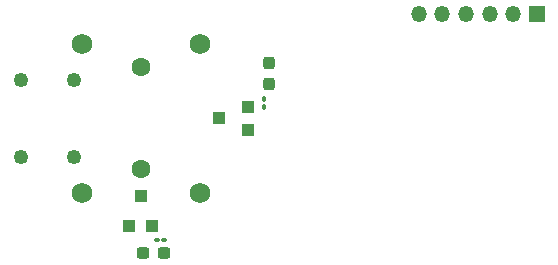
<source format=gbr>
%TF.GenerationSoftware,KiCad,Pcbnew,7.0.6*%
%TF.CreationDate,2023-12-14T14:37:07-08:00*%
%TF.ProjectId,UGC_SubStick,5547435f-5375-4625-9374-69636b2e6b69,rev?*%
%TF.SameCoordinates,Original*%
%TF.FileFunction,Soldermask,Top*%
%TF.FilePolarity,Negative*%
%FSLAX46Y46*%
G04 Gerber Fmt 4.6, Leading zero omitted, Abs format (unit mm)*
G04 Created by KiCad (PCBNEW 7.0.6) date 2023-12-14 14:37:07*
%MOMM*%
%LPD*%
G01*
G04 APERTURE LIST*
G04 Aperture macros list*
%AMRoundRect*
0 Rectangle with rounded corners*
0 $1 Rounding radius*
0 $2 $3 $4 $5 $6 $7 $8 $9 X,Y pos of 4 corners*
0 Add a 4 corners polygon primitive as box body*
4,1,4,$2,$3,$4,$5,$6,$7,$8,$9,$2,$3,0*
0 Add four circle primitives for the rounded corners*
1,1,$1+$1,$2,$3*
1,1,$1+$1,$4,$5*
1,1,$1+$1,$6,$7*
1,1,$1+$1,$8,$9*
0 Add four rect primitives between the rounded corners*
20,1,$1+$1,$2,$3,$4,$5,0*
20,1,$1+$1,$4,$5,$6,$7,0*
20,1,$1+$1,$6,$7,$8,$9,0*
20,1,$1+$1,$8,$9,$2,$3,0*%
G04 Aperture macros list end*
%ADD10R,1.000000X1.000000*%
%ADD11RoundRect,0.237500X-0.300000X-0.237500X0.300000X-0.237500X0.300000X0.237500X-0.300000X0.237500X0*%
%ADD12RoundRect,0.100000X-0.130000X-0.100000X0.130000X-0.100000X0.130000X0.100000X-0.130000X0.100000X0*%
%ADD13C,1.750000*%
%ADD14C,1.600000*%
%ADD15C,1.250000*%
%ADD16R,1.350000X1.350000*%
%ADD17O,1.350000X1.350000*%
%ADD18RoundRect,0.237500X-0.237500X0.300000X-0.237500X-0.300000X0.237500X-0.300000X0.237500X0.300000X0*%
%ADD19RoundRect,0.100000X0.100000X-0.130000X0.100000X0.130000X-0.100000X0.130000X-0.100000X-0.130000X0*%
G04 APERTURE END LIST*
D10*
%TO.C,U2*%
X256307200Y-150638518D03*
X256307200Y-148738518D03*
X253807200Y-149688518D03*
%TD*%
%TO.C,U1*%
X246257200Y-158788518D03*
X248157200Y-158788518D03*
X247207200Y-156288518D03*
%TD*%
D11*
%TO.C,C1*%
X247437500Y-161100000D03*
X249162500Y-161100000D03*
%TD*%
D12*
%TO.C,R1*%
X248580000Y-160000000D03*
X249220000Y-160000000D03*
%TD*%
D13*
%TO.C,SW1*%
X242207200Y-143363518D03*
X242207200Y-156013518D03*
D14*
X247207200Y-145388518D03*
X247207200Y-153988518D03*
D13*
X252207200Y-143363518D03*
X252207200Y-156013518D03*
D15*
X241557200Y-146438518D03*
X241557200Y-152938518D03*
X237057200Y-146438518D03*
X237057200Y-152938518D03*
%TD*%
D16*
%TO.C,J1*%
X280761001Y-140867407D03*
D17*
X278761001Y-140867407D03*
X276761001Y-140867407D03*
X274761001Y-140867407D03*
X272761001Y-140867407D03*
X270761001Y-140867407D03*
%TD*%
D18*
%TO.C,C2*%
X258100000Y-145037500D03*
X258100000Y-146762500D03*
%TD*%
D19*
%TO.C,R2*%
X257650000Y-148720000D03*
X257650000Y-148080000D03*
%TD*%
M02*

</source>
